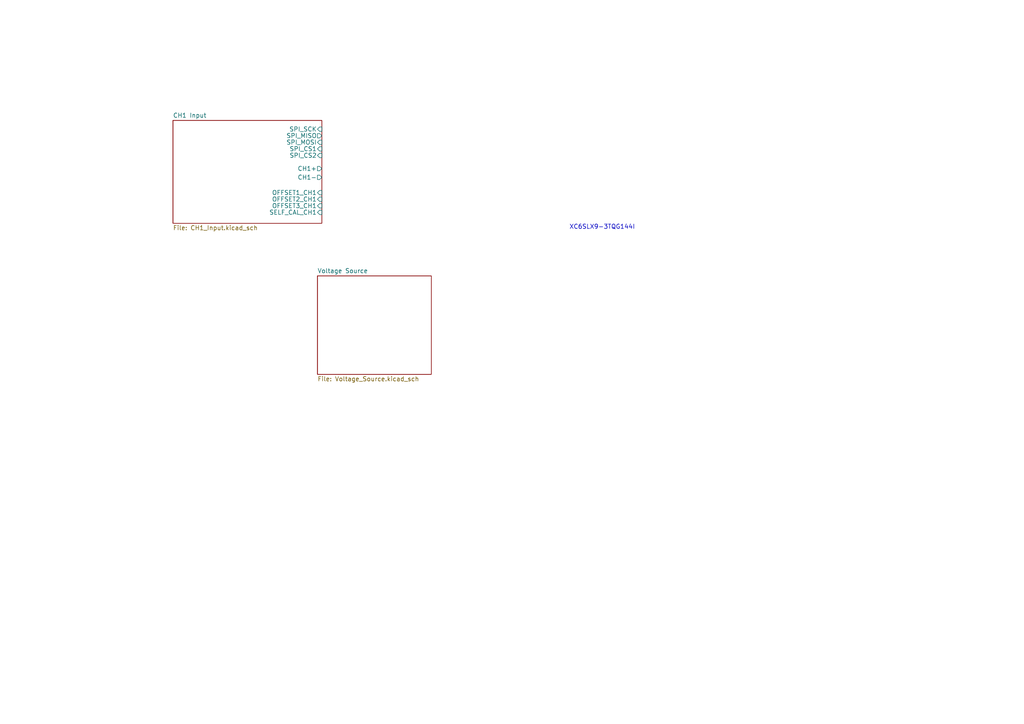
<source format=kicad_sch>
(kicad_sch (version 20230121) (generator eeschema)
  (paper "A4")
  (lib_symbols)
  (text "XC6SLX9-3TQG144I" (at 165.1 66.675 0) (effects (font (size 1.27 1.27)) (justify left bottom)))
  (sheet (at 50.165 34.925) (size 43.18 29.845) (stroke (width 0.1524))
    (property "Sheetname" "CH1 Input" (at 50.165 34.2134 0) (effects (justify left bottom)))
    (property "Sheetfile" "CH1_Input.kicad_sch" (at 50.165 65.3546 0) (effects (justify left top)))
    (pin "SPI_CS2" input (at 93.345 45.085 0))
    (pin "CH1-" output (at 93.345 51.435 0))
    (pin "CH1+" output (at 93.345 48.895 0))
    (pin "OFFSET2_CH1" input (at 93.345 57.785 0))
    (pin "SPI_SCK" input (at 93.345 37.465 0))
    (pin "SPI_MISO" output (at 93.345 39.37 0))
    (pin "SPI_MOSI" input (at 93.345 41.275 0))
    (pin "SPI_CS1" input (at 93.345 43.18 0))
    (pin "OFFSET3_CH1" input (at 93.345 59.69 0))
    (pin "OFFSET1_CH1" input (at 93.345 55.88 0))
    (pin "SELF_CAL_CH1" input (at 93.345 61.595 0))
  )
  (sheet (at 92.075 80.01) (size 33.02 28.575) (stroke (width 0.1524))
    (property "Sheetname" "Voltage Source" (at 92.075 79.2984 0) (effects (justify left bottom)))
    (property "Sheetfile" "Voltage_Source.kicad_sch" (at 92.075 109.1696 0) (effects (justify left top)))
  )
)
</source>
